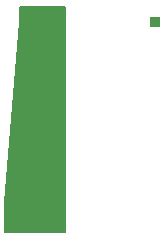
<source format=gbr>
%TF.GenerationSoftware,KiCad,Pcbnew,(6.0.9)*%
%TF.CreationDate,2025-12-19T11:27:33+11:00*%
%TF.ProjectId,hand_sensor_pcb_rail,68616e64-5f73-4656-9e73-6f725f706362,rev?*%
%TF.SameCoordinates,Original*%
%TF.FileFunction,Copper,L2,Bot*%
%TF.FilePolarity,Positive*%
%FSLAX46Y46*%
G04 Gerber Fmt 4.6, Leading zero omitted, Abs format (unit mm)*
G04 Created by KiCad (PCBNEW (6.0.9)) date 2025-12-19 11:27:33*
%MOMM*%
%LPD*%
G01*
G04 APERTURE LIST*
%TA.AperFunction,NonConductor*%
%ADD10C,0.200000*%
%TD*%
%TA.AperFunction,ComponentPad*%
%ADD11R,0.850000X0.850000*%
%TD*%
%TA.AperFunction,ViaPad*%
%ADD12C,0.800000*%
%TD*%
G04 APERTURE END LIST*
D10*
G36*
X144780000Y-157480000D02*
G01*
X139700000Y-157480000D01*
X139700000Y-154940000D01*
X140970000Y-139700000D01*
X140970000Y-138430000D01*
X144780000Y-138430000D01*
X144780000Y-157480000D01*
G37*
X144780000Y-157480000D02*
X139700000Y-157480000D01*
X139700000Y-154940000D01*
X140970000Y-139700000D01*
X140970000Y-138430000D01*
X144780000Y-138430000D01*
X144780000Y-157480000D01*
D11*
%TO.P,J2,1,Pin_1*%
%TO.N,GND*%
X142240000Y-139700000D03*
%TD*%
%TO.P,J1,1,Pin_1*%
%TO.N,+VDC*%
X152400000Y-139700000D03*
%TD*%
D12*
%TO.N,*%
X143510000Y-156210000D03*
X142240000Y-156210000D03*
X140970000Y-156210000D03*
%TD*%
M02*

</source>
